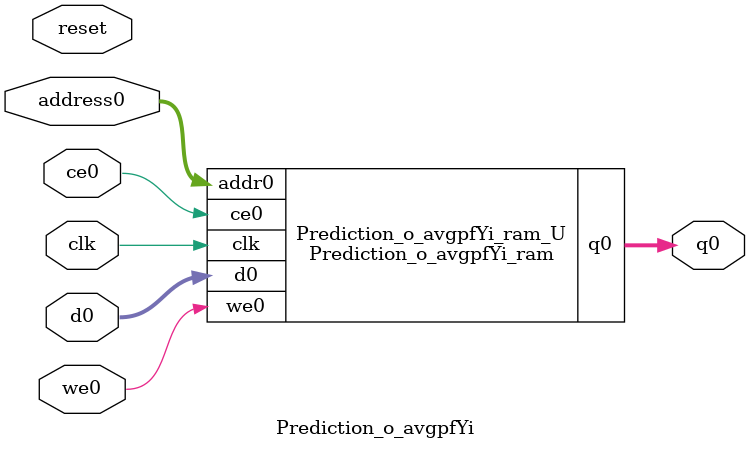
<source format=v>
`timescale 1 ns / 1 ps
module Prediction_o_avgpfYi_ram (addr0, ce0, d0, we0, q0,  clk);

parameter DWIDTH = 32;
parameter AWIDTH = 9;
parameter MEM_SIZE = 400;

input[AWIDTH-1:0] addr0;
input ce0;
input[DWIDTH-1:0] d0;
input we0;
output reg[DWIDTH-1:0] q0;
input clk;

(* ram_style = "block" *)reg [DWIDTH-1:0] ram[0:MEM_SIZE-1];




always @(posedge clk)  
begin 
    if (ce0) 
    begin
        if (we0) 
        begin 
            ram[addr0] <= d0; 
        end 
        q0 <= ram[addr0];
    end
end


endmodule

`timescale 1 ns / 1 ps
module Prediction_o_avgpfYi(
    reset,
    clk,
    address0,
    ce0,
    we0,
    d0,
    q0);

parameter DataWidth = 32'd32;
parameter AddressRange = 32'd400;
parameter AddressWidth = 32'd9;
input reset;
input clk;
input[AddressWidth - 1:0] address0;
input ce0;
input we0;
input[DataWidth - 1:0] d0;
output[DataWidth - 1:0] q0;



Prediction_o_avgpfYi_ram Prediction_o_avgpfYi_ram_U(
    .clk( clk ),
    .addr0( address0 ),
    .ce0( ce0 ),
    .we0( we0 ),
    .d0( d0 ),
    .q0( q0 ));

endmodule


</source>
